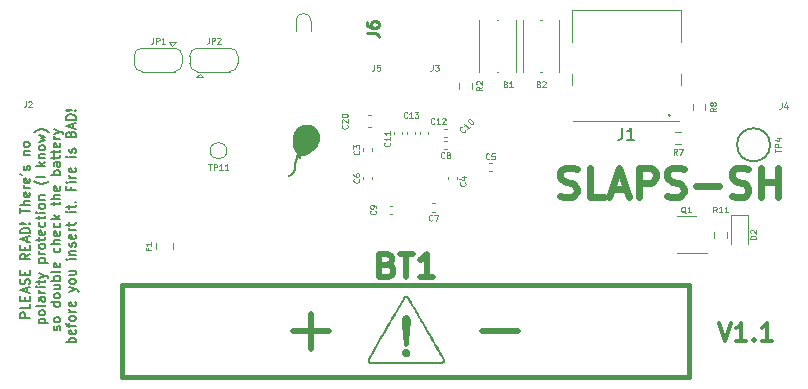
<source format=gbr>
%TF.GenerationSoftware,KiCad,Pcbnew,(6.0.11-0)*%
%TF.CreationDate,2023-05-17T19:32:27-04:00*%
%TF.ProjectId,SLAPS_Solar_Harvester,534c4150-535f-4536-9f6c-61725f486172,V1.1*%
%TF.SameCoordinates,Original*%
%TF.FileFunction,Legend,Top*%
%TF.FilePolarity,Positive*%
%FSLAX46Y46*%
G04 Gerber Fmt 4.6, Leading zero omitted, Abs format (unit mm)*
G04 Created by KiCad (PCBNEW (6.0.11-0)) date 2023-05-17 19:32:27*
%MOMM*%
%LPD*%
G01*
G04 APERTURE LIST*
%ADD10C,0.625000*%
%ADD11C,0.200000*%
%ADD12C,0.375000*%
%ADD13C,0.125000*%
%ADD14C,0.500000*%
%ADD15C,0.250000*%
%ADD16C,0.150000*%
%ADD17C,0.120000*%
%ADD18C,0.400000*%
%ADD19C,0.182463*%
%ADD20C,0.002645*%
%ADD21C,0.100000*%
%ADD22C,0.160000*%
G04 APERTURE END LIST*
D10*
X169814285Y-106011904D02*
X170171428Y-106130952D01*
X170766666Y-106130952D01*
X171004761Y-106011904D01*
X171123809Y-105892857D01*
X171242857Y-105654761D01*
X171242857Y-105416666D01*
X171123809Y-105178571D01*
X171004761Y-105059523D01*
X170766666Y-104940476D01*
X170290476Y-104821428D01*
X170052380Y-104702380D01*
X169933333Y-104583333D01*
X169814285Y-104345238D01*
X169814285Y-104107142D01*
X169933333Y-103869047D01*
X170052380Y-103750000D01*
X170290476Y-103630952D01*
X170885714Y-103630952D01*
X171242857Y-103750000D01*
X173504761Y-106130952D02*
X172314285Y-106130952D01*
X172314285Y-103630952D01*
X174219047Y-105416666D02*
X175409523Y-105416666D01*
X173980952Y-106130952D02*
X174814285Y-103630952D01*
X175647619Y-106130952D01*
X176480952Y-106130952D02*
X176480952Y-103630952D01*
X177433333Y-103630952D01*
X177671428Y-103750000D01*
X177790476Y-103869047D01*
X177909523Y-104107142D01*
X177909523Y-104464285D01*
X177790476Y-104702380D01*
X177671428Y-104821428D01*
X177433333Y-104940476D01*
X176480952Y-104940476D01*
X178861904Y-106011904D02*
X179219047Y-106130952D01*
X179814285Y-106130952D01*
X180052380Y-106011904D01*
X180171428Y-105892857D01*
X180290476Y-105654761D01*
X180290476Y-105416666D01*
X180171428Y-105178571D01*
X180052380Y-105059523D01*
X179814285Y-104940476D01*
X179338095Y-104821428D01*
X179100000Y-104702380D01*
X178980952Y-104583333D01*
X178861904Y-104345238D01*
X178861904Y-104107142D01*
X178980952Y-103869047D01*
X179100000Y-103750000D01*
X179338095Y-103630952D01*
X179933333Y-103630952D01*
X180290476Y-103750000D01*
X181361904Y-105178571D02*
X183266666Y-105178571D01*
X184338095Y-106011904D02*
X184695238Y-106130952D01*
X185290476Y-106130952D01*
X185528571Y-106011904D01*
X185647619Y-105892857D01*
X185766666Y-105654761D01*
X185766666Y-105416666D01*
X185647619Y-105178571D01*
X185528571Y-105059523D01*
X185290476Y-104940476D01*
X184814285Y-104821428D01*
X184576190Y-104702380D01*
X184457142Y-104583333D01*
X184338095Y-104345238D01*
X184338095Y-104107142D01*
X184457142Y-103869047D01*
X184576190Y-103750000D01*
X184814285Y-103630952D01*
X185409523Y-103630952D01*
X185766666Y-103750000D01*
X186838095Y-106130952D02*
X186838095Y-103630952D01*
X186838095Y-104821428D02*
X188266666Y-104821428D01*
X188266666Y-106130952D02*
X188266666Y-103630952D01*
D11*
X124929904Y-116333333D02*
X124129904Y-116333333D01*
X124129904Y-116028571D01*
X124168000Y-115952380D01*
X124206095Y-115914285D01*
X124282285Y-115876190D01*
X124396571Y-115876190D01*
X124472761Y-115914285D01*
X124510857Y-115952380D01*
X124548952Y-116028571D01*
X124548952Y-116333333D01*
X124929904Y-115152380D02*
X124929904Y-115533333D01*
X124129904Y-115533333D01*
X124510857Y-114885714D02*
X124510857Y-114619047D01*
X124929904Y-114504761D02*
X124929904Y-114885714D01*
X124129904Y-114885714D01*
X124129904Y-114504761D01*
X124701333Y-114200000D02*
X124701333Y-113819047D01*
X124929904Y-114276190D02*
X124129904Y-114009523D01*
X124929904Y-113742857D01*
X124891809Y-113514285D02*
X124929904Y-113400000D01*
X124929904Y-113209523D01*
X124891809Y-113133333D01*
X124853714Y-113095238D01*
X124777523Y-113057142D01*
X124701333Y-113057142D01*
X124625142Y-113095238D01*
X124587047Y-113133333D01*
X124548952Y-113209523D01*
X124510857Y-113361904D01*
X124472761Y-113438095D01*
X124434666Y-113476190D01*
X124358476Y-113514285D01*
X124282285Y-113514285D01*
X124206095Y-113476190D01*
X124168000Y-113438095D01*
X124129904Y-113361904D01*
X124129904Y-113171428D01*
X124168000Y-113057142D01*
X124510857Y-112714285D02*
X124510857Y-112447619D01*
X124929904Y-112333333D02*
X124929904Y-112714285D01*
X124129904Y-112714285D01*
X124129904Y-112333333D01*
X124929904Y-110923809D02*
X124548952Y-111190476D01*
X124929904Y-111380952D02*
X124129904Y-111380952D01*
X124129904Y-111076190D01*
X124168000Y-111000000D01*
X124206095Y-110961904D01*
X124282285Y-110923809D01*
X124396571Y-110923809D01*
X124472761Y-110961904D01*
X124510857Y-111000000D01*
X124548952Y-111076190D01*
X124548952Y-111380952D01*
X124510857Y-110580952D02*
X124510857Y-110314285D01*
X124929904Y-110200000D02*
X124929904Y-110580952D01*
X124129904Y-110580952D01*
X124129904Y-110200000D01*
X124701333Y-109895238D02*
X124701333Y-109514285D01*
X124929904Y-109971428D02*
X124129904Y-109704761D01*
X124929904Y-109438095D01*
X124929904Y-109171428D02*
X124129904Y-109171428D01*
X124129904Y-108980952D01*
X124168000Y-108866666D01*
X124244190Y-108790476D01*
X124320380Y-108752380D01*
X124472761Y-108714285D01*
X124587047Y-108714285D01*
X124739428Y-108752380D01*
X124815619Y-108790476D01*
X124891809Y-108866666D01*
X124929904Y-108980952D01*
X124929904Y-109171428D01*
X124853714Y-108371428D02*
X124891809Y-108333333D01*
X124929904Y-108371428D01*
X124891809Y-108409523D01*
X124853714Y-108371428D01*
X124929904Y-108371428D01*
X124625142Y-108371428D02*
X124168000Y-108409523D01*
X124129904Y-108371428D01*
X124168000Y-108333333D01*
X124625142Y-108371428D01*
X124129904Y-108371428D01*
X124129904Y-107495238D02*
X124129904Y-107038095D01*
X124929904Y-107266666D02*
X124129904Y-107266666D01*
X124929904Y-106771428D02*
X124129904Y-106771428D01*
X124929904Y-106428571D02*
X124510857Y-106428571D01*
X124434666Y-106466666D01*
X124396571Y-106542857D01*
X124396571Y-106657142D01*
X124434666Y-106733333D01*
X124472761Y-106771428D01*
X124891809Y-105742857D02*
X124929904Y-105819047D01*
X124929904Y-105971428D01*
X124891809Y-106047619D01*
X124815619Y-106085714D01*
X124510857Y-106085714D01*
X124434666Y-106047619D01*
X124396571Y-105971428D01*
X124396571Y-105819047D01*
X124434666Y-105742857D01*
X124510857Y-105704761D01*
X124587047Y-105704761D01*
X124663238Y-106085714D01*
X124929904Y-105361904D02*
X124396571Y-105361904D01*
X124548952Y-105361904D02*
X124472761Y-105323809D01*
X124434666Y-105285714D01*
X124396571Y-105209523D01*
X124396571Y-105133333D01*
X124891809Y-104561904D02*
X124929904Y-104638095D01*
X124929904Y-104790476D01*
X124891809Y-104866666D01*
X124815619Y-104904761D01*
X124510857Y-104904761D01*
X124434666Y-104866666D01*
X124396571Y-104790476D01*
X124396571Y-104638095D01*
X124434666Y-104561904D01*
X124510857Y-104523809D01*
X124587047Y-104523809D01*
X124663238Y-104904761D01*
X124129904Y-104142857D02*
X124282285Y-104219047D01*
X124891809Y-103838095D02*
X124929904Y-103761904D01*
X124929904Y-103609523D01*
X124891809Y-103533333D01*
X124815619Y-103495238D01*
X124777523Y-103495238D01*
X124701333Y-103533333D01*
X124663238Y-103609523D01*
X124663238Y-103723809D01*
X124625142Y-103800000D01*
X124548952Y-103838095D01*
X124510857Y-103838095D01*
X124434666Y-103800000D01*
X124396571Y-103723809D01*
X124396571Y-103609523D01*
X124434666Y-103533333D01*
X124396571Y-102542857D02*
X124929904Y-102542857D01*
X124472761Y-102542857D02*
X124434666Y-102504761D01*
X124396571Y-102428571D01*
X124396571Y-102314285D01*
X124434666Y-102238095D01*
X124510857Y-102200000D01*
X124929904Y-102200000D01*
X124929904Y-101704761D02*
X124891809Y-101780952D01*
X124853714Y-101819047D01*
X124777523Y-101857142D01*
X124548952Y-101857142D01*
X124472761Y-101819047D01*
X124434666Y-101780952D01*
X124396571Y-101704761D01*
X124396571Y-101590476D01*
X124434666Y-101514285D01*
X124472761Y-101476190D01*
X124548952Y-101438095D01*
X124777523Y-101438095D01*
X124853714Y-101476190D01*
X124891809Y-101514285D01*
X124929904Y-101590476D01*
X124929904Y-101704761D01*
X125684571Y-116809523D02*
X126484571Y-116809523D01*
X125722666Y-116809523D02*
X125684571Y-116733333D01*
X125684571Y-116580952D01*
X125722666Y-116504761D01*
X125760761Y-116466666D01*
X125836952Y-116428571D01*
X126065523Y-116428571D01*
X126141714Y-116466666D01*
X126179809Y-116504761D01*
X126217904Y-116580952D01*
X126217904Y-116733333D01*
X126179809Y-116809523D01*
X126217904Y-115971428D02*
X126179809Y-116047619D01*
X126141714Y-116085714D01*
X126065523Y-116123809D01*
X125836952Y-116123809D01*
X125760761Y-116085714D01*
X125722666Y-116047619D01*
X125684571Y-115971428D01*
X125684571Y-115857142D01*
X125722666Y-115780952D01*
X125760761Y-115742857D01*
X125836952Y-115704761D01*
X126065523Y-115704761D01*
X126141714Y-115742857D01*
X126179809Y-115780952D01*
X126217904Y-115857142D01*
X126217904Y-115971428D01*
X126217904Y-115247619D02*
X126179809Y-115323809D01*
X126103619Y-115361904D01*
X125417904Y-115361904D01*
X126217904Y-114600000D02*
X125798857Y-114600000D01*
X125722666Y-114638095D01*
X125684571Y-114714285D01*
X125684571Y-114866666D01*
X125722666Y-114942857D01*
X126179809Y-114600000D02*
X126217904Y-114676190D01*
X126217904Y-114866666D01*
X126179809Y-114942857D01*
X126103619Y-114980952D01*
X126027428Y-114980952D01*
X125951238Y-114942857D01*
X125913142Y-114866666D01*
X125913142Y-114676190D01*
X125875047Y-114600000D01*
X126217904Y-114219047D02*
X125684571Y-114219047D01*
X125836952Y-114219047D02*
X125760761Y-114180952D01*
X125722666Y-114142857D01*
X125684571Y-114066666D01*
X125684571Y-113990476D01*
X126217904Y-113723809D02*
X125684571Y-113723809D01*
X125417904Y-113723809D02*
X125456000Y-113761904D01*
X125494095Y-113723809D01*
X125456000Y-113685714D01*
X125417904Y-113723809D01*
X125494095Y-113723809D01*
X125684571Y-113457142D02*
X125684571Y-113152380D01*
X125417904Y-113342857D02*
X126103619Y-113342857D01*
X126179809Y-113304761D01*
X126217904Y-113228571D01*
X126217904Y-113152380D01*
X125684571Y-112961904D02*
X126217904Y-112771428D01*
X125684571Y-112580952D02*
X126217904Y-112771428D01*
X126408380Y-112847619D01*
X126446476Y-112885714D01*
X126484571Y-112961904D01*
X125684571Y-111666666D02*
X126484571Y-111666666D01*
X125722666Y-111666666D02*
X125684571Y-111590476D01*
X125684571Y-111438095D01*
X125722666Y-111361904D01*
X125760761Y-111323809D01*
X125836952Y-111285714D01*
X126065523Y-111285714D01*
X126141714Y-111323809D01*
X126179809Y-111361904D01*
X126217904Y-111438095D01*
X126217904Y-111590476D01*
X126179809Y-111666666D01*
X126217904Y-110942857D02*
X125684571Y-110942857D01*
X125836952Y-110942857D02*
X125760761Y-110904761D01*
X125722666Y-110866666D01*
X125684571Y-110790476D01*
X125684571Y-110714285D01*
X126217904Y-110333333D02*
X126179809Y-110409523D01*
X126141714Y-110447619D01*
X126065523Y-110485714D01*
X125836952Y-110485714D01*
X125760761Y-110447619D01*
X125722666Y-110409523D01*
X125684571Y-110333333D01*
X125684571Y-110219047D01*
X125722666Y-110142857D01*
X125760761Y-110104761D01*
X125836952Y-110066666D01*
X126065523Y-110066666D01*
X126141714Y-110104761D01*
X126179809Y-110142857D01*
X126217904Y-110219047D01*
X126217904Y-110333333D01*
X125684571Y-109838095D02*
X125684571Y-109533333D01*
X125417904Y-109723809D02*
X126103619Y-109723809D01*
X126179809Y-109685714D01*
X126217904Y-109609523D01*
X126217904Y-109533333D01*
X126179809Y-108961904D02*
X126217904Y-109038095D01*
X126217904Y-109190476D01*
X126179809Y-109266666D01*
X126103619Y-109304761D01*
X125798857Y-109304761D01*
X125722666Y-109266666D01*
X125684571Y-109190476D01*
X125684571Y-109038095D01*
X125722666Y-108961904D01*
X125798857Y-108923809D01*
X125875047Y-108923809D01*
X125951238Y-109304761D01*
X126179809Y-108238095D02*
X126217904Y-108314285D01*
X126217904Y-108466666D01*
X126179809Y-108542857D01*
X126141714Y-108580952D01*
X126065523Y-108619047D01*
X125836952Y-108619047D01*
X125760761Y-108580952D01*
X125722666Y-108542857D01*
X125684571Y-108466666D01*
X125684571Y-108314285D01*
X125722666Y-108238095D01*
X125684571Y-108009523D02*
X125684571Y-107704761D01*
X125417904Y-107895238D02*
X126103619Y-107895238D01*
X126179809Y-107857142D01*
X126217904Y-107780952D01*
X126217904Y-107704761D01*
X126217904Y-107438095D02*
X125684571Y-107438095D01*
X125417904Y-107438095D02*
X125456000Y-107476190D01*
X125494095Y-107438095D01*
X125456000Y-107400000D01*
X125417904Y-107438095D01*
X125494095Y-107438095D01*
X126217904Y-106942857D02*
X126179809Y-107019047D01*
X126141714Y-107057142D01*
X126065523Y-107095238D01*
X125836952Y-107095238D01*
X125760761Y-107057142D01*
X125722666Y-107019047D01*
X125684571Y-106942857D01*
X125684571Y-106828571D01*
X125722666Y-106752380D01*
X125760761Y-106714285D01*
X125836952Y-106676190D01*
X126065523Y-106676190D01*
X126141714Y-106714285D01*
X126179809Y-106752380D01*
X126217904Y-106828571D01*
X126217904Y-106942857D01*
X125684571Y-106333333D02*
X126217904Y-106333333D01*
X125760761Y-106333333D02*
X125722666Y-106295238D01*
X125684571Y-106219047D01*
X125684571Y-106104761D01*
X125722666Y-106028571D01*
X125798857Y-105990476D01*
X126217904Y-105990476D01*
X126522666Y-104771428D02*
X126484571Y-104809523D01*
X126370285Y-104885714D01*
X126294095Y-104923809D01*
X126179809Y-104961904D01*
X125989333Y-105000000D01*
X125836952Y-105000000D01*
X125646476Y-104961904D01*
X125532190Y-104923809D01*
X125456000Y-104885714D01*
X125341714Y-104809523D01*
X125303619Y-104771428D01*
X126217904Y-104466666D02*
X125417904Y-104466666D01*
X126217904Y-103476190D02*
X125417904Y-103476190D01*
X125913142Y-103400000D02*
X126217904Y-103171428D01*
X125684571Y-103171428D02*
X125989333Y-103476190D01*
X125684571Y-102828571D02*
X126217904Y-102828571D01*
X125760761Y-102828571D02*
X125722666Y-102790476D01*
X125684571Y-102714285D01*
X125684571Y-102600000D01*
X125722666Y-102523809D01*
X125798857Y-102485714D01*
X126217904Y-102485714D01*
X126217904Y-101990476D02*
X126179809Y-102066666D01*
X126141714Y-102104761D01*
X126065523Y-102142857D01*
X125836952Y-102142857D01*
X125760761Y-102104761D01*
X125722666Y-102066666D01*
X125684571Y-101990476D01*
X125684571Y-101876190D01*
X125722666Y-101800000D01*
X125760761Y-101761904D01*
X125836952Y-101723809D01*
X126065523Y-101723809D01*
X126141714Y-101761904D01*
X126179809Y-101800000D01*
X126217904Y-101876190D01*
X126217904Y-101990476D01*
X125684571Y-101457142D02*
X126217904Y-101304761D01*
X125836952Y-101152380D01*
X126217904Y-101000000D01*
X125684571Y-100847619D01*
X126522666Y-100619047D02*
X126484571Y-100580952D01*
X126370285Y-100504761D01*
X126294095Y-100466666D01*
X126179809Y-100428571D01*
X125989333Y-100390476D01*
X125836952Y-100390476D01*
X125646476Y-100428571D01*
X125532190Y-100466666D01*
X125456000Y-100504761D01*
X125341714Y-100580952D01*
X125303619Y-100619047D01*
X127467809Y-117380952D02*
X127505904Y-117304761D01*
X127505904Y-117152380D01*
X127467809Y-117076190D01*
X127391619Y-117038095D01*
X127353523Y-117038095D01*
X127277333Y-117076190D01*
X127239238Y-117152380D01*
X127239238Y-117266666D01*
X127201142Y-117342857D01*
X127124952Y-117380952D01*
X127086857Y-117380952D01*
X127010666Y-117342857D01*
X126972571Y-117266666D01*
X126972571Y-117152380D01*
X127010666Y-117076190D01*
X127505904Y-116580952D02*
X127467809Y-116657142D01*
X127429714Y-116695238D01*
X127353523Y-116733333D01*
X127124952Y-116733333D01*
X127048761Y-116695238D01*
X127010666Y-116657142D01*
X126972571Y-116580952D01*
X126972571Y-116466666D01*
X127010666Y-116390476D01*
X127048761Y-116352380D01*
X127124952Y-116314285D01*
X127353523Y-116314285D01*
X127429714Y-116352380D01*
X127467809Y-116390476D01*
X127505904Y-116466666D01*
X127505904Y-116580952D01*
X127505904Y-115019047D02*
X126705904Y-115019047D01*
X127467809Y-115019047D02*
X127505904Y-115095238D01*
X127505904Y-115247619D01*
X127467809Y-115323809D01*
X127429714Y-115361904D01*
X127353523Y-115400000D01*
X127124952Y-115400000D01*
X127048761Y-115361904D01*
X127010666Y-115323809D01*
X126972571Y-115247619D01*
X126972571Y-115095238D01*
X127010666Y-115019047D01*
X127505904Y-114523809D02*
X127467809Y-114600000D01*
X127429714Y-114638095D01*
X127353523Y-114676190D01*
X127124952Y-114676190D01*
X127048761Y-114638095D01*
X127010666Y-114600000D01*
X126972571Y-114523809D01*
X126972571Y-114409523D01*
X127010666Y-114333333D01*
X127048761Y-114295238D01*
X127124952Y-114257142D01*
X127353523Y-114257142D01*
X127429714Y-114295238D01*
X127467809Y-114333333D01*
X127505904Y-114409523D01*
X127505904Y-114523809D01*
X126972571Y-113571428D02*
X127505904Y-113571428D01*
X126972571Y-113914285D02*
X127391619Y-113914285D01*
X127467809Y-113876190D01*
X127505904Y-113800000D01*
X127505904Y-113685714D01*
X127467809Y-113609523D01*
X127429714Y-113571428D01*
X127505904Y-113190476D02*
X126705904Y-113190476D01*
X127010666Y-113190476D02*
X126972571Y-113114285D01*
X126972571Y-112961904D01*
X127010666Y-112885714D01*
X127048761Y-112847619D01*
X127124952Y-112809523D01*
X127353523Y-112809523D01*
X127429714Y-112847619D01*
X127467809Y-112885714D01*
X127505904Y-112961904D01*
X127505904Y-113114285D01*
X127467809Y-113190476D01*
X127505904Y-112352380D02*
X127467809Y-112428571D01*
X127391619Y-112466666D01*
X126705904Y-112466666D01*
X127467809Y-111742857D02*
X127505904Y-111819047D01*
X127505904Y-111971428D01*
X127467809Y-112047619D01*
X127391619Y-112085714D01*
X127086857Y-112085714D01*
X127010666Y-112047619D01*
X126972571Y-111971428D01*
X126972571Y-111819047D01*
X127010666Y-111742857D01*
X127086857Y-111704761D01*
X127163047Y-111704761D01*
X127239238Y-112085714D01*
X127467809Y-110409523D02*
X127505904Y-110485714D01*
X127505904Y-110638095D01*
X127467809Y-110714285D01*
X127429714Y-110752380D01*
X127353523Y-110790476D01*
X127124952Y-110790476D01*
X127048761Y-110752380D01*
X127010666Y-110714285D01*
X126972571Y-110638095D01*
X126972571Y-110485714D01*
X127010666Y-110409523D01*
X127505904Y-110066666D02*
X126705904Y-110066666D01*
X127505904Y-109723809D02*
X127086857Y-109723809D01*
X127010666Y-109761904D01*
X126972571Y-109838095D01*
X126972571Y-109952380D01*
X127010666Y-110028571D01*
X127048761Y-110066666D01*
X127467809Y-109038095D02*
X127505904Y-109114285D01*
X127505904Y-109266666D01*
X127467809Y-109342857D01*
X127391619Y-109380952D01*
X127086857Y-109380952D01*
X127010666Y-109342857D01*
X126972571Y-109266666D01*
X126972571Y-109114285D01*
X127010666Y-109038095D01*
X127086857Y-109000000D01*
X127163047Y-109000000D01*
X127239238Y-109380952D01*
X127467809Y-108314285D02*
X127505904Y-108390476D01*
X127505904Y-108542857D01*
X127467809Y-108619047D01*
X127429714Y-108657142D01*
X127353523Y-108695238D01*
X127124952Y-108695238D01*
X127048761Y-108657142D01*
X127010666Y-108619047D01*
X126972571Y-108542857D01*
X126972571Y-108390476D01*
X127010666Y-108314285D01*
X127505904Y-107971428D02*
X126705904Y-107971428D01*
X127201142Y-107895238D02*
X127505904Y-107666666D01*
X126972571Y-107666666D02*
X127277333Y-107971428D01*
X126972571Y-106828571D02*
X126972571Y-106523809D01*
X126705904Y-106714285D02*
X127391619Y-106714285D01*
X127467809Y-106676190D01*
X127505904Y-106600000D01*
X127505904Y-106523809D01*
X127505904Y-106257142D02*
X126705904Y-106257142D01*
X127505904Y-105914285D02*
X127086857Y-105914285D01*
X127010666Y-105952380D01*
X126972571Y-106028571D01*
X126972571Y-106142857D01*
X127010666Y-106219047D01*
X127048761Y-106257142D01*
X127467809Y-105228571D02*
X127505904Y-105304761D01*
X127505904Y-105457142D01*
X127467809Y-105533333D01*
X127391619Y-105571428D01*
X127086857Y-105571428D01*
X127010666Y-105533333D01*
X126972571Y-105457142D01*
X126972571Y-105304761D01*
X127010666Y-105228571D01*
X127086857Y-105190476D01*
X127163047Y-105190476D01*
X127239238Y-105571428D01*
X127505904Y-104238095D02*
X126705904Y-104238095D01*
X127010666Y-104238095D02*
X126972571Y-104161904D01*
X126972571Y-104009523D01*
X127010666Y-103933333D01*
X127048761Y-103895238D01*
X127124952Y-103857142D01*
X127353523Y-103857142D01*
X127429714Y-103895238D01*
X127467809Y-103933333D01*
X127505904Y-104009523D01*
X127505904Y-104161904D01*
X127467809Y-104238095D01*
X127505904Y-103171428D02*
X127086857Y-103171428D01*
X127010666Y-103209523D01*
X126972571Y-103285714D01*
X126972571Y-103438095D01*
X127010666Y-103514285D01*
X127467809Y-103171428D02*
X127505904Y-103247619D01*
X127505904Y-103438095D01*
X127467809Y-103514285D01*
X127391619Y-103552380D01*
X127315428Y-103552380D01*
X127239238Y-103514285D01*
X127201142Y-103438095D01*
X127201142Y-103247619D01*
X127163047Y-103171428D01*
X126972571Y-102904761D02*
X126972571Y-102600000D01*
X126705904Y-102790476D02*
X127391619Y-102790476D01*
X127467809Y-102752380D01*
X127505904Y-102676190D01*
X127505904Y-102600000D01*
X126972571Y-102447619D02*
X126972571Y-102142857D01*
X126705904Y-102333333D02*
X127391619Y-102333333D01*
X127467809Y-102295238D01*
X127505904Y-102219047D01*
X127505904Y-102142857D01*
X127467809Y-101571428D02*
X127505904Y-101647619D01*
X127505904Y-101800000D01*
X127467809Y-101876190D01*
X127391619Y-101914285D01*
X127086857Y-101914285D01*
X127010666Y-101876190D01*
X126972571Y-101800000D01*
X126972571Y-101647619D01*
X127010666Y-101571428D01*
X127086857Y-101533333D01*
X127163047Y-101533333D01*
X127239238Y-101914285D01*
X127505904Y-101190476D02*
X126972571Y-101190476D01*
X127124952Y-101190476D02*
X127048761Y-101152380D01*
X127010666Y-101114285D01*
X126972571Y-101038095D01*
X126972571Y-100961904D01*
X126972571Y-100771428D02*
X127505904Y-100580952D01*
X126972571Y-100390476D02*
X127505904Y-100580952D01*
X127696380Y-100657142D01*
X127734476Y-100695238D01*
X127772571Y-100771428D01*
X128793904Y-118428571D02*
X127993904Y-118428571D01*
X128298666Y-118428571D02*
X128260571Y-118352380D01*
X128260571Y-118200000D01*
X128298666Y-118123809D01*
X128336761Y-118085714D01*
X128412952Y-118047619D01*
X128641523Y-118047619D01*
X128717714Y-118085714D01*
X128755809Y-118123809D01*
X128793904Y-118200000D01*
X128793904Y-118352380D01*
X128755809Y-118428571D01*
X128755809Y-117400000D02*
X128793904Y-117476190D01*
X128793904Y-117628571D01*
X128755809Y-117704761D01*
X128679619Y-117742857D01*
X128374857Y-117742857D01*
X128298666Y-117704761D01*
X128260571Y-117628571D01*
X128260571Y-117476190D01*
X128298666Y-117400000D01*
X128374857Y-117361904D01*
X128451047Y-117361904D01*
X128527238Y-117742857D01*
X128260571Y-117133333D02*
X128260571Y-116828571D01*
X128793904Y-117019047D02*
X128108190Y-117019047D01*
X128032000Y-116980952D01*
X127993904Y-116904761D01*
X127993904Y-116828571D01*
X128793904Y-116447619D02*
X128755809Y-116523809D01*
X128717714Y-116561904D01*
X128641523Y-116600000D01*
X128412952Y-116600000D01*
X128336761Y-116561904D01*
X128298666Y-116523809D01*
X128260571Y-116447619D01*
X128260571Y-116333333D01*
X128298666Y-116257142D01*
X128336761Y-116219047D01*
X128412952Y-116180952D01*
X128641523Y-116180952D01*
X128717714Y-116219047D01*
X128755809Y-116257142D01*
X128793904Y-116333333D01*
X128793904Y-116447619D01*
X128793904Y-115838095D02*
X128260571Y-115838095D01*
X128412952Y-115838095D02*
X128336761Y-115800000D01*
X128298666Y-115761904D01*
X128260571Y-115685714D01*
X128260571Y-115609523D01*
X128755809Y-115038095D02*
X128793904Y-115114285D01*
X128793904Y-115266666D01*
X128755809Y-115342857D01*
X128679619Y-115380952D01*
X128374857Y-115380952D01*
X128298666Y-115342857D01*
X128260571Y-115266666D01*
X128260571Y-115114285D01*
X128298666Y-115038095D01*
X128374857Y-115000000D01*
X128451047Y-115000000D01*
X128527238Y-115380952D01*
X128260571Y-114123809D02*
X128793904Y-113933333D01*
X128260571Y-113742857D02*
X128793904Y-113933333D01*
X128984380Y-114009523D01*
X129022476Y-114047619D01*
X129060571Y-114123809D01*
X128793904Y-113323809D02*
X128755809Y-113400000D01*
X128717714Y-113438095D01*
X128641523Y-113476190D01*
X128412952Y-113476190D01*
X128336761Y-113438095D01*
X128298666Y-113400000D01*
X128260571Y-113323809D01*
X128260571Y-113209523D01*
X128298666Y-113133333D01*
X128336761Y-113095238D01*
X128412952Y-113057142D01*
X128641523Y-113057142D01*
X128717714Y-113095238D01*
X128755809Y-113133333D01*
X128793904Y-113209523D01*
X128793904Y-113323809D01*
X128260571Y-112371428D02*
X128793904Y-112371428D01*
X128260571Y-112714285D02*
X128679619Y-112714285D01*
X128755809Y-112676190D01*
X128793904Y-112600000D01*
X128793904Y-112485714D01*
X128755809Y-112409523D01*
X128717714Y-112371428D01*
X128793904Y-111380952D02*
X128260571Y-111380952D01*
X127993904Y-111380952D02*
X128032000Y-111419047D01*
X128070095Y-111380952D01*
X128032000Y-111342857D01*
X127993904Y-111380952D01*
X128070095Y-111380952D01*
X128260571Y-111000000D02*
X128793904Y-111000000D01*
X128336761Y-111000000D02*
X128298666Y-110961904D01*
X128260571Y-110885714D01*
X128260571Y-110771428D01*
X128298666Y-110695238D01*
X128374857Y-110657142D01*
X128793904Y-110657142D01*
X128755809Y-110314285D02*
X128793904Y-110238095D01*
X128793904Y-110085714D01*
X128755809Y-110009523D01*
X128679619Y-109971428D01*
X128641523Y-109971428D01*
X128565333Y-110009523D01*
X128527238Y-110085714D01*
X128527238Y-110200000D01*
X128489142Y-110276190D01*
X128412952Y-110314285D01*
X128374857Y-110314285D01*
X128298666Y-110276190D01*
X128260571Y-110200000D01*
X128260571Y-110085714D01*
X128298666Y-110009523D01*
X128755809Y-109323809D02*
X128793904Y-109400000D01*
X128793904Y-109552380D01*
X128755809Y-109628571D01*
X128679619Y-109666666D01*
X128374857Y-109666666D01*
X128298666Y-109628571D01*
X128260571Y-109552380D01*
X128260571Y-109400000D01*
X128298666Y-109323809D01*
X128374857Y-109285714D01*
X128451047Y-109285714D01*
X128527238Y-109666666D01*
X128793904Y-108942857D02*
X128260571Y-108942857D01*
X128412952Y-108942857D02*
X128336761Y-108904761D01*
X128298666Y-108866666D01*
X128260571Y-108790476D01*
X128260571Y-108714285D01*
X128260571Y-108561904D02*
X128260571Y-108257142D01*
X127993904Y-108447619D02*
X128679619Y-108447619D01*
X128755809Y-108409523D01*
X128793904Y-108333333D01*
X128793904Y-108257142D01*
X128793904Y-107380952D02*
X128260571Y-107380952D01*
X127993904Y-107380952D02*
X128032000Y-107419047D01*
X128070095Y-107380952D01*
X128032000Y-107342857D01*
X127993904Y-107380952D01*
X128070095Y-107380952D01*
X128260571Y-107114285D02*
X128260571Y-106809523D01*
X127993904Y-107000000D02*
X128679619Y-107000000D01*
X128755809Y-106961904D01*
X128793904Y-106885714D01*
X128793904Y-106809523D01*
X128717714Y-106542857D02*
X128755809Y-106504761D01*
X128793904Y-106542857D01*
X128755809Y-106580952D01*
X128717714Y-106542857D01*
X128793904Y-106542857D01*
X128374857Y-105285714D02*
X128374857Y-105552380D01*
X128793904Y-105552380D02*
X127993904Y-105552380D01*
X127993904Y-105171428D01*
X128793904Y-104866666D02*
X128260571Y-104866666D01*
X127993904Y-104866666D02*
X128032000Y-104904761D01*
X128070095Y-104866666D01*
X128032000Y-104828571D01*
X127993904Y-104866666D01*
X128070095Y-104866666D01*
X128793904Y-104485714D02*
X128260571Y-104485714D01*
X128412952Y-104485714D02*
X128336761Y-104447619D01*
X128298666Y-104409523D01*
X128260571Y-104333333D01*
X128260571Y-104257142D01*
X128755809Y-103685714D02*
X128793904Y-103761904D01*
X128793904Y-103914285D01*
X128755809Y-103990476D01*
X128679619Y-104028571D01*
X128374857Y-104028571D01*
X128298666Y-103990476D01*
X128260571Y-103914285D01*
X128260571Y-103761904D01*
X128298666Y-103685714D01*
X128374857Y-103647619D01*
X128451047Y-103647619D01*
X128527238Y-104028571D01*
X128793904Y-102695238D02*
X128260571Y-102695238D01*
X127993904Y-102695238D02*
X128032000Y-102733333D01*
X128070095Y-102695238D01*
X128032000Y-102657142D01*
X127993904Y-102695238D01*
X128070095Y-102695238D01*
X128755809Y-102352380D02*
X128793904Y-102276190D01*
X128793904Y-102123809D01*
X128755809Y-102047619D01*
X128679619Y-102009523D01*
X128641523Y-102009523D01*
X128565333Y-102047619D01*
X128527238Y-102123809D01*
X128527238Y-102238095D01*
X128489142Y-102314285D01*
X128412952Y-102352380D01*
X128374857Y-102352380D01*
X128298666Y-102314285D01*
X128260571Y-102238095D01*
X128260571Y-102123809D01*
X128298666Y-102047619D01*
X128374857Y-100790476D02*
X128412952Y-100676190D01*
X128451047Y-100638095D01*
X128527238Y-100600000D01*
X128641523Y-100600000D01*
X128717714Y-100638095D01*
X128755809Y-100676190D01*
X128793904Y-100752380D01*
X128793904Y-101057142D01*
X127993904Y-101057142D01*
X127993904Y-100790476D01*
X128032000Y-100714285D01*
X128070095Y-100676190D01*
X128146285Y-100638095D01*
X128222476Y-100638095D01*
X128298666Y-100676190D01*
X128336761Y-100714285D01*
X128374857Y-100790476D01*
X128374857Y-101057142D01*
X128565333Y-100295238D02*
X128565333Y-99914285D01*
X128793904Y-100371428D02*
X127993904Y-100104761D01*
X128793904Y-99838095D01*
X128793904Y-99571428D02*
X127993904Y-99571428D01*
X127993904Y-99380952D01*
X128032000Y-99266666D01*
X128108190Y-99190476D01*
X128184380Y-99152380D01*
X128336761Y-99114285D01*
X128451047Y-99114285D01*
X128603428Y-99152380D01*
X128679619Y-99190476D01*
X128755809Y-99266666D01*
X128793904Y-99380952D01*
X128793904Y-99571428D01*
X128717714Y-98771428D02*
X128755809Y-98733333D01*
X128793904Y-98771428D01*
X128755809Y-98809523D01*
X128717714Y-98771428D01*
X128793904Y-98771428D01*
X128489142Y-98771428D02*
X128032000Y-98809523D01*
X127993904Y-98771428D01*
X128032000Y-98733333D01*
X128489142Y-98771428D01*
X127993904Y-98771428D01*
D12*
X183314285Y-116778571D02*
X183814285Y-118278571D01*
X184314285Y-116778571D01*
X185600000Y-118278571D02*
X184742857Y-118278571D01*
X185171428Y-118278571D02*
X185171428Y-116778571D01*
X185028571Y-116992857D01*
X184885714Y-117135714D01*
X184742857Y-117207142D01*
X186242857Y-118135714D02*
X186314285Y-118207142D01*
X186242857Y-118278571D01*
X186171428Y-118207142D01*
X186242857Y-118135714D01*
X186242857Y-118278571D01*
X187742857Y-118278571D02*
X186885714Y-118278571D01*
X187314285Y-118278571D02*
X187314285Y-116778571D01*
X187171428Y-116992857D01*
X187028571Y-117135714D01*
X186885714Y-117207142D01*
D13*
%TO.C,J4*%
X188583773Y-98126190D02*
X188583773Y-98483333D01*
X188559963Y-98554761D01*
X188512344Y-98602380D01*
X188440916Y-98626190D01*
X188393297Y-98626190D01*
X189036154Y-98292857D02*
X189036154Y-98626190D01*
X188917106Y-98102380D02*
X188798059Y-98459523D01*
X189107582Y-98459523D01*
%TO.C,R8*%
X183026190Y-98583333D02*
X182788095Y-98750000D01*
X183026190Y-98869047D02*
X182526190Y-98869047D01*
X182526190Y-98678571D01*
X182550000Y-98630952D01*
X182573809Y-98607142D01*
X182621428Y-98583333D01*
X182692857Y-98583333D01*
X182740476Y-98607142D01*
X182764285Y-98630952D01*
X182788095Y-98678571D01*
X182788095Y-98869047D01*
X182740476Y-98297619D02*
X182716666Y-98345238D01*
X182692857Y-98369047D01*
X182645238Y-98392857D01*
X182621428Y-98392857D01*
X182573809Y-98369047D01*
X182550000Y-98345238D01*
X182526190Y-98297619D01*
X182526190Y-98202380D01*
X182550000Y-98154761D01*
X182573809Y-98130952D01*
X182621428Y-98107142D01*
X182645238Y-98107142D01*
X182692857Y-98130952D01*
X182716666Y-98154761D01*
X182740476Y-98202380D01*
X182740476Y-98297619D01*
X182764285Y-98345238D01*
X182788095Y-98369047D01*
X182835714Y-98392857D01*
X182930952Y-98392857D01*
X182978571Y-98369047D01*
X183002380Y-98345238D01*
X183026190Y-98297619D01*
X183026190Y-98202380D01*
X183002380Y-98154761D01*
X182978571Y-98130952D01*
X182930952Y-98107142D01*
X182835714Y-98107142D01*
X182788095Y-98130952D01*
X182764285Y-98154761D01*
X182740476Y-98202380D01*
%TO.C,C9*%
X154178571Y-107283333D02*
X154202380Y-107307142D01*
X154226190Y-107378571D01*
X154226190Y-107426190D01*
X154202380Y-107497619D01*
X154154761Y-107545238D01*
X154107142Y-107569047D01*
X154011904Y-107592857D01*
X153940476Y-107592857D01*
X153845238Y-107569047D01*
X153797619Y-107545238D01*
X153750000Y-107497619D01*
X153726190Y-107426190D01*
X153726190Y-107378571D01*
X153750000Y-107307142D01*
X153773809Y-107283333D01*
X154226190Y-107045238D02*
X154226190Y-106950000D01*
X154202380Y-106902380D01*
X154178571Y-106878571D01*
X154107142Y-106830952D01*
X154011904Y-106807142D01*
X153821428Y-106807142D01*
X153773809Y-106830952D01*
X153750000Y-106854761D01*
X153726190Y-106902380D01*
X153726190Y-106997619D01*
X153750000Y-107045238D01*
X153773809Y-107069047D01*
X153821428Y-107092857D01*
X153940476Y-107092857D01*
X153988095Y-107069047D01*
X154011904Y-107045238D01*
X154035714Y-106997619D01*
X154035714Y-106902380D01*
X154011904Y-106854761D01*
X153988095Y-106830952D01*
X153940476Y-106807142D01*
D14*
%TO.C,BT1*%
X155178571Y-111857142D02*
X155464285Y-111952380D01*
X155559523Y-112047619D01*
X155654761Y-112238095D01*
X155654761Y-112523809D01*
X155559523Y-112714285D01*
X155464285Y-112809523D01*
X155273809Y-112904761D01*
X154511904Y-112904761D01*
X154511904Y-110904761D01*
X155178571Y-110904761D01*
X155369047Y-111000000D01*
X155464285Y-111095238D01*
X155559523Y-111285714D01*
X155559523Y-111476190D01*
X155464285Y-111666666D01*
X155369047Y-111761904D01*
X155178571Y-111857142D01*
X154511904Y-111857142D01*
X156226190Y-110904761D02*
X157369047Y-110904761D01*
X156797619Y-112904761D02*
X156797619Y-110904761D01*
X159083333Y-112904761D02*
X157940476Y-112904761D01*
X158511904Y-112904761D02*
X158511904Y-110904761D01*
X158321428Y-111190476D01*
X158130952Y-111380952D01*
X157940476Y-111476190D01*
D13*
%TO.C,R11*%
X183078571Y-107426190D02*
X182911904Y-107188095D01*
X182792857Y-107426190D02*
X182792857Y-106926190D01*
X182983333Y-106926190D01*
X183030952Y-106950000D01*
X183054761Y-106973809D01*
X183078571Y-107021428D01*
X183078571Y-107092857D01*
X183054761Y-107140476D01*
X183030952Y-107164285D01*
X182983333Y-107188095D01*
X182792857Y-107188095D01*
X183554761Y-107426190D02*
X183269047Y-107426190D01*
X183411904Y-107426190D02*
X183411904Y-106926190D01*
X183364285Y-106997619D01*
X183316666Y-107045238D01*
X183269047Y-107069047D01*
X184030952Y-107426190D02*
X183745238Y-107426190D01*
X183888095Y-107426190D02*
X183888095Y-106926190D01*
X183840476Y-106997619D01*
X183792857Y-107045238D01*
X183745238Y-107069047D01*
%TO.C,C20*%
X151778571Y-100021428D02*
X151802380Y-100045238D01*
X151826190Y-100116666D01*
X151826190Y-100164285D01*
X151802380Y-100235714D01*
X151754761Y-100283333D01*
X151707142Y-100307142D01*
X151611904Y-100330952D01*
X151540476Y-100330952D01*
X151445238Y-100307142D01*
X151397619Y-100283333D01*
X151350000Y-100235714D01*
X151326190Y-100164285D01*
X151326190Y-100116666D01*
X151350000Y-100045238D01*
X151373809Y-100021428D01*
X151373809Y-99830952D02*
X151350000Y-99807142D01*
X151326190Y-99759523D01*
X151326190Y-99640476D01*
X151350000Y-99592857D01*
X151373809Y-99569047D01*
X151421428Y-99545238D01*
X151469047Y-99545238D01*
X151540476Y-99569047D01*
X151826190Y-99854761D01*
X151826190Y-99545238D01*
X151326190Y-99235714D02*
X151326190Y-99188095D01*
X151350000Y-99140476D01*
X151373809Y-99116666D01*
X151421428Y-99092857D01*
X151516666Y-99069047D01*
X151635714Y-99069047D01*
X151730952Y-99092857D01*
X151778571Y-99116666D01*
X151802380Y-99140476D01*
X151826190Y-99188095D01*
X151826190Y-99235714D01*
X151802380Y-99283333D01*
X151778571Y-99307142D01*
X151730952Y-99330952D01*
X151635714Y-99354761D01*
X151516666Y-99354761D01*
X151421428Y-99330952D01*
X151373809Y-99307142D01*
X151350000Y-99283333D01*
X151326190Y-99235714D01*
%TO.C,J3*%
X159033333Y-94926190D02*
X159033333Y-95283333D01*
X159009523Y-95354761D01*
X158961904Y-95402380D01*
X158890476Y-95426190D01*
X158842857Y-95426190D01*
X159223809Y-94926190D02*
X159533333Y-94926190D01*
X159366666Y-95116666D01*
X159438095Y-95116666D01*
X159485714Y-95140476D01*
X159509523Y-95164285D01*
X159533333Y-95211904D01*
X159533333Y-95330952D01*
X159509523Y-95378571D01*
X159485714Y-95402380D01*
X159438095Y-95426190D01*
X159295238Y-95426190D01*
X159247619Y-95402380D01*
X159223809Y-95378571D01*
%TO.C,C8*%
X160016666Y-102778571D02*
X159992857Y-102802380D01*
X159921428Y-102826190D01*
X159873809Y-102826190D01*
X159802380Y-102802380D01*
X159754761Y-102754761D01*
X159730952Y-102707142D01*
X159707142Y-102611904D01*
X159707142Y-102540476D01*
X159730952Y-102445238D01*
X159754761Y-102397619D01*
X159802380Y-102350000D01*
X159873809Y-102326190D01*
X159921428Y-102326190D01*
X159992857Y-102350000D01*
X160016666Y-102373809D01*
X160302380Y-102540476D02*
X160254761Y-102516666D01*
X160230952Y-102492857D01*
X160207142Y-102445238D01*
X160207142Y-102421428D01*
X160230952Y-102373809D01*
X160254761Y-102350000D01*
X160302380Y-102326190D01*
X160397619Y-102326190D01*
X160445238Y-102350000D01*
X160469047Y-102373809D01*
X160492857Y-102421428D01*
X160492857Y-102445238D01*
X160469047Y-102492857D01*
X160445238Y-102516666D01*
X160397619Y-102540476D01*
X160302380Y-102540476D01*
X160254761Y-102564285D01*
X160230952Y-102588095D01*
X160207142Y-102635714D01*
X160207142Y-102730952D01*
X160230952Y-102778571D01*
X160254761Y-102802380D01*
X160302380Y-102826190D01*
X160397619Y-102826190D01*
X160445238Y-102802380D01*
X160469047Y-102778571D01*
X160492857Y-102730952D01*
X160492857Y-102635714D01*
X160469047Y-102588095D01*
X160445238Y-102564285D01*
X160397619Y-102540476D01*
%TO.C,C7*%
X159016666Y-108078571D02*
X158992857Y-108102380D01*
X158921428Y-108126190D01*
X158873809Y-108126190D01*
X158802380Y-108102380D01*
X158754761Y-108054761D01*
X158730952Y-108007142D01*
X158707142Y-107911904D01*
X158707142Y-107840476D01*
X158730952Y-107745238D01*
X158754761Y-107697619D01*
X158802380Y-107650000D01*
X158873809Y-107626190D01*
X158921428Y-107626190D01*
X158992857Y-107650000D01*
X159016666Y-107673809D01*
X159183333Y-107626190D02*
X159516666Y-107626190D01*
X159302380Y-108126190D01*
%TO.C,Q1*%
X180452380Y-107473809D02*
X180404761Y-107450000D01*
X180357142Y-107402380D01*
X180285714Y-107330952D01*
X180238095Y-107307142D01*
X180190476Y-107307142D01*
X180214285Y-107426190D02*
X180166666Y-107402380D01*
X180119047Y-107354761D01*
X180095238Y-107259523D01*
X180095238Y-107092857D01*
X180119047Y-106997619D01*
X180166666Y-106950000D01*
X180214285Y-106926190D01*
X180309523Y-106926190D01*
X180357142Y-106950000D01*
X180404761Y-106997619D01*
X180428571Y-107092857D01*
X180428571Y-107259523D01*
X180404761Y-107354761D01*
X180357142Y-107402380D01*
X180309523Y-107426190D01*
X180214285Y-107426190D01*
X180904761Y-107426190D02*
X180619047Y-107426190D01*
X180761904Y-107426190D02*
X180761904Y-106926190D01*
X180714285Y-106997619D01*
X180666666Y-107045238D01*
X180619047Y-107069047D01*
%TO.C,B1*%
X165197619Y-96564285D02*
X165269047Y-96588095D01*
X165292857Y-96611904D01*
X165316666Y-96659523D01*
X165316666Y-96730952D01*
X165292857Y-96778571D01*
X165269047Y-96802380D01*
X165221428Y-96826190D01*
X165030952Y-96826190D01*
X165030952Y-96326190D01*
X165197619Y-96326190D01*
X165245238Y-96350000D01*
X165269047Y-96373809D01*
X165292857Y-96421428D01*
X165292857Y-96469047D01*
X165269047Y-96516666D01*
X165245238Y-96540476D01*
X165197619Y-96564285D01*
X165030952Y-96564285D01*
X165792857Y-96826190D02*
X165507142Y-96826190D01*
X165650000Y-96826190D02*
X165650000Y-96326190D01*
X165602380Y-96397619D01*
X165554761Y-96445238D01*
X165507142Y-96469047D01*
%TO.C,R2*%
X163226190Y-96783333D02*
X162988095Y-96950000D01*
X163226190Y-97069047D02*
X162726190Y-97069047D01*
X162726190Y-96878571D01*
X162750000Y-96830952D01*
X162773809Y-96807142D01*
X162821428Y-96783333D01*
X162892857Y-96783333D01*
X162940476Y-96807142D01*
X162964285Y-96830952D01*
X162988095Y-96878571D01*
X162988095Y-97069047D01*
X162773809Y-96592857D02*
X162750000Y-96569047D01*
X162726190Y-96521428D01*
X162726190Y-96402380D01*
X162750000Y-96354761D01*
X162773809Y-96330952D01*
X162821428Y-96307142D01*
X162869047Y-96307142D01*
X162940476Y-96330952D01*
X163226190Y-96616666D01*
X163226190Y-96307142D01*
%TO.C,D2*%
X186426190Y-109669047D02*
X185926190Y-109669047D01*
X185926190Y-109550000D01*
X185950000Y-109478571D01*
X185997619Y-109430952D01*
X186045238Y-109407142D01*
X186140476Y-109383333D01*
X186211904Y-109383333D01*
X186307142Y-109407142D01*
X186354761Y-109430952D01*
X186402380Y-109478571D01*
X186426190Y-109550000D01*
X186426190Y-109669047D01*
X185973809Y-109192857D02*
X185950000Y-109169047D01*
X185926190Y-109121428D01*
X185926190Y-109002380D01*
X185950000Y-108954761D01*
X185973809Y-108930952D01*
X186021428Y-108907142D01*
X186069047Y-108907142D01*
X186140476Y-108930952D01*
X186426190Y-109216666D01*
X186426190Y-108907142D01*
%TO.C,F1*%
X134964285Y-110466666D02*
X134964285Y-110633333D01*
X135226190Y-110633333D02*
X134726190Y-110633333D01*
X134726190Y-110395238D01*
X135226190Y-109942857D02*
X135226190Y-110228571D01*
X135226190Y-110085714D02*
X134726190Y-110085714D01*
X134797619Y-110133333D01*
X134845238Y-110180952D01*
X134869047Y-110228571D01*
%TO.C,JP1*%
X135383333Y-92626190D02*
X135383333Y-92983333D01*
X135359523Y-93054761D01*
X135311904Y-93102380D01*
X135240476Y-93126190D01*
X135192857Y-93126190D01*
X135621428Y-93126190D02*
X135621428Y-92626190D01*
X135811904Y-92626190D01*
X135859523Y-92650000D01*
X135883333Y-92673809D01*
X135907142Y-92721428D01*
X135907142Y-92792857D01*
X135883333Y-92840476D01*
X135859523Y-92864285D01*
X135811904Y-92888095D01*
X135621428Y-92888095D01*
X136383333Y-93126190D02*
X136097619Y-93126190D01*
X136240476Y-93126190D02*
X136240476Y-92626190D01*
X136192857Y-92697619D01*
X136145238Y-92745238D01*
X136097619Y-92769047D01*
%TO.C,C4*%
X161778571Y-104883333D02*
X161802380Y-104907142D01*
X161826190Y-104978571D01*
X161826190Y-105026190D01*
X161802380Y-105097619D01*
X161754761Y-105145238D01*
X161707142Y-105169047D01*
X161611904Y-105192857D01*
X161540476Y-105192857D01*
X161445238Y-105169047D01*
X161397619Y-105145238D01*
X161350000Y-105097619D01*
X161326190Y-105026190D01*
X161326190Y-104978571D01*
X161350000Y-104907142D01*
X161373809Y-104883333D01*
X161492857Y-104454761D02*
X161826190Y-104454761D01*
X161302380Y-104573809D02*
X161659523Y-104692857D01*
X161659523Y-104383333D01*
%TO.C,C11*%
X155378571Y-101521428D02*
X155402380Y-101545238D01*
X155426190Y-101616666D01*
X155426190Y-101664285D01*
X155402380Y-101735714D01*
X155354761Y-101783333D01*
X155307142Y-101807142D01*
X155211904Y-101830952D01*
X155140476Y-101830952D01*
X155045238Y-101807142D01*
X154997619Y-101783333D01*
X154950000Y-101735714D01*
X154926190Y-101664285D01*
X154926190Y-101616666D01*
X154950000Y-101545238D01*
X154973809Y-101521428D01*
X155426190Y-101045238D02*
X155426190Y-101330952D01*
X155426190Y-101188095D02*
X154926190Y-101188095D01*
X154997619Y-101235714D01*
X155045238Y-101283333D01*
X155069047Y-101330952D01*
X155426190Y-100569047D02*
X155426190Y-100854761D01*
X155426190Y-100711904D02*
X154926190Y-100711904D01*
X154997619Y-100759523D01*
X155045238Y-100807142D01*
X155069047Y-100854761D01*
%TO.C,J2*%
X124583393Y-98026190D02*
X124583393Y-98383333D01*
X124559583Y-98454761D01*
X124511964Y-98502380D01*
X124440536Y-98526190D01*
X124392917Y-98526190D01*
X124797679Y-98073809D02*
X124821488Y-98050000D01*
X124869107Y-98026190D01*
X124988155Y-98026190D01*
X125035774Y-98050000D01*
X125059583Y-98073809D01*
X125083393Y-98121428D01*
X125083393Y-98169047D01*
X125059583Y-98240476D01*
X124773869Y-98526190D01*
X125083393Y-98526190D01*
%TO.C,C3*%
X152778571Y-102183333D02*
X152802380Y-102207142D01*
X152826190Y-102278571D01*
X152826190Y-102326190D01*
X152802380Y-102397619D01*
X152754761Y-102445238D01*
X152707142Y-102469047D01*
X152611904Y-102492857D01*
X152540476Y-102492857D01*
X152445238Y-102469047D01*
X152397619Y-102445238D01*
X152350000Y-102397619D01*
X152326190Y-102326190D01*
X152326190Y-102278571D01*
X152350000Y-102207142D01*
X152373809Y-102183333D01*
X152326190Y-102016666D02*
X152326190Y-101707142D01*
X152516666Y-101873809D01*
X152516666Y-101802380D01*
X152540476Y-101754761D01*
X152564285Y-101730952D01*
X152611904Y-101707142D01*
X152730952Y-101707142D01*
X152778571Y-101730952D01*
X152802380Y-101754761D01*
X152826190Y-101802380D01*
X152826190Y-101945238D01*
X152802380Y-101992857D01*
X152778571Y-102016666D01*
%TO.C,TP11*%
X140030952Y-103326190D02*
X140316666Y-103326190D01*
X140173809Y-103826190D02*
X140173809Y-103326190D01*
X140483333Y-103826190D02*
X140483333Y-103326190D01*
X140673809Y-103326190D01*
X140721428Y-103350000D01*
X140745238Y-103373809D01*
X140769047Y-103421428D01*
X140769047Y-103492857D01*
X140745238Y-103540476D01*
X140721428Y-103564285D01*
X140673809Y-103588095D01*
X140483333Y-103588095D01*
X141245238Y-103826190D02*
X140959523Y-103826190D01*
X141102380Y-103826190D02*
X141102380Y-103326190D01*
X141054761Y-103397619D01*
X141007142Y-103445238D01*
X140959523Y-103469047D01*
X141721428Y-103826190D02*
X141435714Y-103826190D01*
X141578571Y-103826190D02*
X141578571Y-103326190D01*
X141530952Y-103397619D01*
X141483333Y-103445238D01*
X141435714Y-103469047D01*
%TO.C,TP4*%
X188026190Y-102330952D02*
X188026190Y-102045238D01*
X188526190Y-102188095D02*
X188026190Y-102188095D01*
X188526190Y-101878571D02*
X188026190Y-101878571D01*
X188026190Y-101688095D01*
X188050000Y-101640476D01*
X188073809Y-101616666D01*
X188121428Y-101592857D01*
X188192857Y-101592857D01*
X188240476Y-101616666D01*
X188264285Y-101640476D01*
X188288095Y-101688095D01*
X188288095Y-101878571D01*
X188192857Y-101164285D02*
X188526190Y-101164285D01*
X188002380Y-101283333D02*
X188359523Y-101402380D01*
X188359523Y-101092857D01*
%TO.C,R7*%
X179716666Y-102526190D02*
X179550000Y-102288095D01*
X179430952Y-102526190D02*
X179430952Y-102026190D01*
X179621428Y-102026190D01*
X179669047Y-102050000D01*
X179692857Y-102073809D01*
X179716666Y-102121428D01*
X179716666Y-102192857D01*
X179692857Y-102240476D01*
X179669047Y-102264285D01*
X179621428Y-102288095D01*
X179430952Y-102288095D01*
X179883333Y-102026190D02*
X180216666Y-102026190D01*
X180002380Y-102526190D01*
%TO.C,C5*%
X163816666Y-102878571D02*
X163792857Y-102902380D01*
X163721428Y-102926190D01*
X163673809Y-102926190D01*
X163602380Y-102902380D01*
X163554761Y-102854761D01*
X163530952Y-102807142D01*
X163507142Y-102711904D01*
X163507142Y-102640476D01*
X163530952Y-102545238D01*
X163554761Y-102497619D01*
X163602380Y-102450000D01*
X163673809Y-102426190D01*
X163721428Y-102426190D01*
X163792857Y-102450000D01*
X163816666Y-102473809D01*
X164269047Y-102426190D02*
X164030952Y-102426190D01*
X164007142Y-102664285D01*
X164030952Y-102640476D01*
X164078571Y-102616666D01*
X164197619Y-102616666D01*
X164245238Y-102640476D01*
X164269047Y-102664285D01*
X164292857Y-102711904D01*
X164292857Y-102830952D01*
X164269047Y-102878571D01*
X164245238Y-102902380D01*
X164197619Y-102926190D01*
X164078571Y-102926190D01*
X164030952Y-102902380D01*
X164007142Y-102878571D01*
D15*
%TO.C,J6*%
X153452380Y-92233333D02*
X154166666Y-92233333D01*
X154309523Y-92280952D01*
X154404761Y-92376190D01*
X154452380Y-92519047D01*
X154452380Y-92614285D01*
X153452380Y-91328571D02*
X153452380Y-91519047D01*
X153500000Y-91614285D01*
X153547619Y-91661904D01*
X153690476Y-91757142D01*
X153880952Y-91804761D01*
X154261904Y-91804761D01*
X154357142Y-91757142D01*
X154404761Y-91709523D01*
X154452380Y-91614285D01*
X154452380Y-91423809D01*
X154404761Y-91328571D01*
X154357142Y-91280952D01*
X154261904Y-91233333D01*
X154023809Y-91233333D01*
X153928571Y-91280952D01*
X153880952Y-91328571D01*
X153833333Y-91423809D01*
X153833333Y-91614285D01*
X153880952Y-91709523D01*
X153928571Y-91757142D01*
X154023809Y-91804761D01*
D13*
%TO.C,J5*%
X154082953Y-94926190D02*
X154082953Y-95283333D01*
X154059143Y-95354761D01*
X154011524Y-95402380D01*
X153940096Y-95426190D01*
X153892477Y-95426190D01*
X154559143Y-94926190D02*
X154321048Y-94926190D01*
X154297239Y-95164285D01*
X154321048Y-95140476D01*
X154368667Y-95116666D01*
X154487715Y-95116666D01*
X154535334Y-95140476D01*
X154559143Y-95164285D01*
X154582953Y-95211904D01*
X154582953Y-95330952D01*
X154559143Y-95378571D01*
X154535334Y-95402380D01*
X154487715Y-95426190D01*
X154368667Y-95426190D01*
X154321048Y-95402380D01*
X154297239Y-95378571D01*
%TO.C,B2*%
X167997619Y-96564285D02*
X168069047Y-96588095D01*
X168092857Y-96611904D01*
X168116666Y-96659523D01*
X168116666Y-96730952D01*
X168092857Y-96778571D01*
X168069047Y-96802380D01*
X168021428Y-96826190D01*
X167830952Y-96826190D01*
X167830952Y-96326190D01*
X167997619Y-96326190D01*
X168045238Y-96350000D01*
X168069047Y-96373809D01*
X168092857Y-96421428D01*
X168092857Y-96469047D01*
X168069047Y-96516666D01*
X168045238Y-96540476D01*
X167997619Y-96564285D01*
X167830952Y-96564285D01*
X168307142Y-96373809D02*
X168330952Y-96350000D01*
X168378571Y-96326190D01*
X168497619Y-96326190D01*
X168545238Y-96350000D01*
X168569047Y-96373809D01*
X168592857Y-96421428D01*
X168592857Y-96469047D01*
X168569047Y-96540476D01*
X168283333Y-96826190D01*
X168592857Y-96826190D01*
D16*
%TO.C,J1*%
X175091666Y-100252380D02*
X175091666Y-100966666D01*
X175044047Y-101109523D01*
X174948809Y-101204761D01*
X174805952Y-101252380D01*
X174710714Y-101252380D01*
X176091666Y-101252380D02*
X175520238Y-101252380D01*
X175805952Y-101252380D02*
X175805952Y-100252380D01*
X175710714Y-100395238D01*
X175615476Y-100490476D01*
X175520238Y-100538095D01*
D13*
%TO.C,C12*%
X159178571Y-99878571D02*
X159154761Y-99902380D01*
X159083333Y-99926190D01*
X159035714Y-99926190D01*
X158964285Y-99902380D01*
X158916666Y-99854761D01*
X158892857Y-99807142D01*
X158869047Y-99711904D01*
X158869047Y-99640476D01*
X158892857Y-99545238D01*
X158916666Y-99497619D01*
X158964285Y-99450000D01*
X159035714Y-99426190D01*
X159083333Y-99426190D01*
X159154761Y-99450000D01*
X159178571Y-99473809D01*
X159654761Y-99926190D02*
X159369047Y-99926190D01*
X159511904Y-99926190D02*
X159511904Y-99426190D01*
X159464285Y-99497619D01*
X159416666Y-99545238D01*
X159369047Y-99569047D01*
X159845238Y-99473809D02*
X159869047Y-99450000D01*
X159916666Y-99426190D01*
X160035714Y-99426190D01*
X160083333Y-99450000D01*
X160107142Y-99473809D01*
X160130952Y-99521428D01*
X160130952Y-99569047D01*
X160107142Y-99640476D01*
X159821428Y-99926190D01*
X160130952Y-99926190D01*
%TO.C,C10*%
X161798984Y-100453553D02*
X161798984Y-100487225D01*
X161765312Y-100554568D01*
X161731641Y-100588240D01*
X161664297Y-100621912D01*
X161596954Y-100621912D01*
X161546446Y-100605076D01*
X161462267Y-100554568D01*
X161411759Y-100504061D01*
X161361251Y-100419881D01*
X161344416Y-100369374D01*
X161344416Y-100302030D01*
X161378087Y-100234687D01*
X161411759Y-100201015D01*
X161479103Y-100167343D01*
X161512774Y-100167343D01*
X162169374Y-100150507D02*
X161967343Y-100352538D01*
X162068358Y-100251522D02*
X161714805Y-99897969D01*
X161731641Y-99982148D01*
X161731641Y-100049492D01*
X161714805Y-100100000D01*
X162034687Y-99578087D02*
X162068358Y-99544416D01*
X162118866Y-99527580D01*
X162152538Y-99527580D01*
X162203045Y-99544416D01*
X162287225Y-99594923D01*
X162371404Y-99679103D01*
X162421912Y-99763282D01*
X162438748Y-99813790D01*
X162438748Y-99847461D01*
X162421912Y-99897969D01*
X162388240Y-99931641D01*
X162337732Y-99948477D01*
X162304061Y-99948477D01*
X162253553Y-99931641D01*
X162169374Y-99881133D01*
X162085194Y-99796954D01*
X162034687Y-99712774D01*
X162017851Y-99662267D01*
X162017851Y-99628595D01*
X162034687Y-99578087D01*
%TO.C,C13*%
X156878571Y-99378571D02*
X156854761Y-99402380D01*
X156783333Y-99426190D01*
X156735714Y-99426190D01*
X156664285Y-99402380D01*
X156616666Y-99354761D01*
X156592857Y-99307142D01*
X156569047Y-99211904D01*
X156569047Y-99140476D01*
X156592857Y-99045238D01*
X156616666Y-98997619D01*
X156664285Y-98950000D01*
X156735714Y-98926190D01*
X156783333Y-98926190D01*
X156854761Y-98950000D01*
X156878571Y-98973809D01*
X157354761Y-99426190D02*
X157069047Y-99426190D01*
X157211904Y-99426190D02*
X157211904Y-98926190D01*
X157164285Y-98997619D01*
X157116666Y-99045238D01*
X157069047Y-99069047D01*
X157521428Y-98926190D02*
X157830952Y-98926190D01*
X157664285Y-99116666D01*
X157735714Y-99116666D01*
X157783333Y-99140476D01*
X157807142Y-99164285D01*
X157830952Y-99211904D01*
X157830952Y-99330952D01*
X157807142Y-99378571D01*
X157783333Y-99402380D01*
X157735714Y-99426190D01*
X157592857Y-99426190D01*
X157545238Y-99402380D01*
X157521428Y-99378571D01*
%TO.C,JP2*%
X140083333Y-92626190D02*
X140083333Y-92983333D01*
X140059523Y-93054761D01*
X140011904Y-93102380D01*
X139940476Y-93126190D01*
X139892857Y-93126190D01*
X140321428Y-93126190D02*
X140321428Y-92626190D01*
X140511904Y-92626190D01*
X140559523Y-92650000D01*
X140583333Y-92673809D01*
X140607142Y-92721428D01*
X140607142Y-92792857D01*
X140583333Y-92840476D01*
X140559523Y-92864285D01*
X140511904Y-92888095D01*
X140321428Y-92888095D01*
X140797619Y-92673809D02*
X140821428Y-92650000D01*
X140869047Y-92626190D01*
X140988095Y-92626190D01*
X141035714Y-92650000D01*
X141059523Y-92673809D01*
X141083333Y-92721428D01*
X141083333Y-92769047D01*
X141059523Y-92840476D01*
X140773809Y-93126190D01*
X141083333Y-93126190D01*
%TO.C,C6*%
X152778571Y-104583333D02*
X152802380Y-104607142D01*
X152826190Y-104678571D01*
X152826190Y-104726190D01*
X152802380Y-104797619D01*
X152754761Y-104845238D01*
X152707142Y-104869047D01*
X152611904Y-104892857D01*
X152540476Y-104892857D01*
X152445238Y-104869047D01*
X152397619Y-104845238D01*
X152350000Y-104797619D01*
X152326190Y-104726190D01*
X152326190Y-104678571D01*
X152350000Y-104607142D01*
X152373809Y-104583333D01*
X152326190Y-104154761D02*
X152326190Y-104250000D01*
X152350000Y-104297619D01*
X152373809Y-104321428D01*
X152445238Y-104369047D01*
X152540476Y-104392857D01*
X152730952Y-104392857D01*
X152778571Y-104369047D01*
X152802380Y-104345238D01*
X152826190Y-104297619D01*
X152826190Y-104202380D01*
X152802380Y-104154761D01*
X152778571Y-104130952D01*
X152730952Y-104107142D01*
X152611904Y-104107142D01*
X152564285Y-104130952D01*
X152540476Y-104154761D01*
X152516666Y-104202380D01*
X152516666Y-104297619D01*
X152540476Y-104345238D01*
X152564285Y-104369047D01*
X152611904Y-104392857D01*
D17*
%TO.C,R8*%
X181077500Y-98245276D02*
X181077500Y-98754724D01*
X182122500Y-98245276D02*
X182122500Y-98754724D01*
%TO.C,C9*%
X155615835Y-106840000D02*
X155384165Y-106840000D01*
X155615835Y-107560000D02*
X155384165Y-107560000D01*
D14*
%TO.C,BT1*%
X163250000Y-117500000D02*
X166250000Y-117500000D01*
X148750000Y-119000000D02*
X148750000Y-116000000D01*
X147250000Y-117500000D02*
X150250000Y-117500000D01*
D18*
X132750000Y-113610000D02*
X180750000Y-113610000D01*
X180750000Y-113610000D02*
X180750000Y-121390000D01*
X180750000Y-121390000D02*
X132750000Y-121390000D01*
X132750000Y-121390000D02*
X132750000Y-113610000D01*
D17*
%TO.C,R11*%
X182877500Y-109045276D02*
X182877500Y-109554724D01*
X183922500Y-109045276D02*
X183922500Y-109554724D01*
%TO.C,C20*%
X153846267Y-99190000D02*
X153553733Y-99190000D01*
X153846267Y-100210000D02*
X153553733Y-100210000D01*
%TO.C,C8*%
X160215835Y-101340000D02*
X159984165Y-101340000D01*
X160215835Y-102060000D02*
X159984165Y-102060000D01*
%TO.C,C7*%
X159215835Y-106640000D02*
X158984165Y-106640000D01*
X159215835Y-107360000D02*
X158984165Y-107360000D01*
%TO.C,Q1*%
X180500000Y-107740000D02*
X181300000Y-107740000D01*
X180500000Y-110860000D02*
X182300000Y-110860000D01*
X180500000Y-110860000D02*
X179700000Y-110860000D01*
X180500000Y-107740000D02*
X179700000Y-107740000D01*
%TO.C,B1*%
X166050000Y-95500000D02*
X166050000Y-91100000D01*
X162950000Y-91100000D02*
X162950000Y-95500000D01*
X164450000Y-91100000D02*
X164550000Y-91100000D01*
X164450000Y-95500000D02*
X164550000Y-95500000D01*
%TO.C,R2*%
X161277500Y-96954724D02*
X161277500Y-96445276D01*
X162322500Y-96954724D02*
X162322500Y-96445276D01*
%TO.C,D2*%
X185735000Y-110100000D02*
X185735000Y-107640000D01*
X185735000Y-107640000D02*
X184265000Y-107640000D01*
X184265000Y-107640000D02*
X184265000Y-110100000D01*
D19*
%TO.C,REF\u002A\u002A*%
X147175965Y-104061987D02*
X147133236Y-104104792D01*
X147353086Y-103813267D02*
X147343899Y-103835413D01*
X147438942Y-103042098D02*
X147434248Y-103061824D01*
X147569587Y-102758964D02*
X147556176Y-102778980D01*
X147343899Y-103835413D02*
X147332900Y-103857861D01*
X147489593Y-102899604D02*
X147482359Y-102915781D01*
X147444093Y-103022761D02*
X147438942Y-103042098D01*
X147496965Y-102883940D02*
X147489593Y-102899604D01*
X147400017Y-103511777D02*
X147390887Y-103615554D01*
X147482359Y-102915781D02*
X147475304Y-102932457D01*
X147468467Y-102949615D02*
X147461887Y-102967240D01*
X147217176Y-104017601D02*
X147175965Y-104061987D01*
X147424747Y-103123706D02*
X147417827Y-103205318D01*
X147455605Y-102985316D02*
X147449661Y-103003829D01*
X147385018Y-103664555D02*
X147378070Y-103710685D01*
X147511968Y-102854214D02*
X147504437Y-102868805D01*
X147360315Y-103791492D02*
X147360315Y-103791492D01*
X147608136Y-102707524D02*
X147592516Y-102727270D01*
X147133236Y-104104792D02*
X147090135Y-104145459D01*
X147290456Y-103926321D02*
X147255722Y-103972194D01*
X147255722Y-103972194D02*
X147217176Y-104017601D01*
X147320230Y-103880542D02*
X147306035Y-103903385D01*
X147360315Y-103791492D02*
X147353086Y-103813267D01*
X147434248Y-103061824D02*
X147434248Y-103061824D01*
X147378070Y-103710685D02*
X147369889Y-103753233D01*
X147047810Y-104183430D02*
X147007407Y-104218148D01*
X147007407Y-104218148D02*
X146936956Y-104275593D01*
X147504437Y-102868805D02*
X147496965Y-102883940D01*
X147332900Y-103857861D02*
X147320230Y-103880542D01*
X147429096Y-103089945D02*
X147424747Y-103123706D01*
X147390887Y-103615554D02*
X147385018Y-103664555D01*
X147556176Y-102778980D02*
X147541891Y-102801610D01*
X147475304Y-102932457D02*
X147468467Y-102949615D01*
X147417827Y-103205318D02*
X147406715Y-103405029D01*
X147527049Y-102826730D02*
X147511968Y-102854214D01*
X147090135Y-104145459D02*
X147047810Y-104183430D01*
X147434248Y-103061824D02*
X147429096Y-103089945D01*
X147449661Y-103003829D02*
X147444093Y-103022761D01*
X147461887Y-102967240D02*
X147455605Y-102985316D01*
X146936956Y-104275593D02*
X146869585Y-104326903D01*
X147613908Y-102700721D02*
X147608136Y-102707524D01*
X147406715Y-103405029D02*
X147400017Y-103511777D01*
X147541891Y-102801610D02*
X147527049Y-102826730D01*
X147581806Y-102741686D02*
X147569587Y-102758964D01*
X147306035Y-103903385D02*
X147290456Y-103926321D01*
X147592516Y-102727270D02*
X147581806Y-102741686D01*
X147369889Y-103753233D02*
X147360315Y-103791492D01*
G36*
X147826125Y-102459209D02*
G01*
X147763874Y-102831478D01*
X147428141Y-102685296D01*
X147658257Y-102386105D01*
X147826125Y-102459209D01*
G37*
D20*
X147826125Y-102459209D02*
X147763874Y-102831478D01*
X147428141Y-102685296D01*
X147658257Y-102386105D01*
X147826125Y-102459209D01*
G36*
X148366044Y-99983588D02*
G01*
X148392913Y-99984655D01*
X148419800Y-99986395D01*
X148446690Y-99988812D01*
X148473574Y-99991912D01*
X148500439Y-99995700D01*
X148527274Y-100000180D01*
X148554067Y-100005358D01*
X148580806Y-100011238D01*
X148607480Y-100017826D01*
X148634077Y-100025126D01*
X148660585Y-100033144D01*
X148686993Y-100041883D01*
X148713289Y-100051350D01*
X148739462Y-100061549D01*
X148765499Y-100072486D01*
X148816543Y-100096307D01*
X148865782Y-100122482D01*
X148913183Y-100150917D01*
X148958708Y-100181517D01*
X149002322Y-100214189D01*
X149043990Y-100248837D01*
X149083674Y-100285369D01*
X149121341Y-100323689D01*
X149156953Y-100363704D01*
X149190476Y-100405319D01*
X149221872Y-100448440D01*
X149251108Y-100492973D01*
X149278146Y-100538823D01*
X149302951Y-100585897D01*
X149325488Y-100634101D01*
X149345720Y-100683339D01*
X149363612Y-100733518D01*
X149379128Y-100784544D01*
X149392232Y-100836322D01*
X149402889Y-100888759D01*
X149411062Y-100941760D01*
X149416716Y-100995230D01*
X149419815Y-101049076D01*
X149420324Y-101103204D01*
X149418206Y-101157518D01*
X149413426Y-101211926D01*
X149405949Y-101266333D01*
X149395737Y-101320644D01*
X149382756Y-101374766D01*
X149366970Y-101428604D01*
X149348343Y-101482064D01*
X149326839Y-101535052D01*
X149275155Y-101639981D01*
X149211341Y-101746035D01*
X149136576Y-101851709D01*
X149052043Y-101955499D01*
X148958922Y-102055901D01*
X148858395Y-102151411D01*
X148751643Y-102240525D01*
X148639848Y-102321739D01*
X148524191Y-102393550D01*
X148465283Y-102425458D01*
X148405853Y-102454452D01*
X148346048Y-102480342D01*
X148286016Y-102502942D01*
X148225904Y-102522062D01*
X148165860Y-102537516D01*
X148106033Y-102549114D01*
X148046568Y-102556669D01*
X147987615Y-102559994D01*
X147929320Y-102558899D01*
X147871832Y-102553197D01*
X147815299Y-102542701D01*
X147759866Y-102527221D01*
X147705684Y-102506570D01*
X147653656Y-102480974D01*
X147604562Y-102450940D01*
X147558364Y-102416705D01*
X147515027Y-102378505D01*
X147474513Y-102336576D01*
X147436785Y-102291155D01*
X147401805Y-102242477D01*
X147369538Y-102190779D01*
X147339945Y-102136297D01*
X147312990Y-102079267D01*
X147266846Y-101958507D01*
X147230809Y-101830389D01*
X147204584Y-101696803D01*
X147187873Y-101559637D01*
X147180382Y-101420782D01*
X147181813Y-101282125D01*
X147191871Y-101145557D01*
X147210259Y-101012967D01*
X147236682Y-100886245D01*
X147270843Y-100767278D01*
X147312447Y-100657958D01*
X147349526Y-100580864D01*
X147391688Y-100507828D01*
X147438617Y-100438979D01*
X147489997Y-100374444D01*
X147545516Y-100314351D01*
X147604856Y-100258830D01*
X147667704Y-100208008D01*
X147733745Y-100162012D01*
X147802662Y-100120971D01*
X147874143Y-100085014D01*
X147947871Y-100054268D01*
X148023532Y-100028861D01*
X148100810Y-100008922D01*
X148179391Y-99994578D01*
X148258960Y-99985957D01*
X148339202Y-99983189D01*
X148366044Y-99983588D01*
G37*
X148366044Y-99983588D02*
X148392913Y-99984655D01*
X148419800Y-99986395D01*
X148446690Y-99988812D01*
X148473574Y-99991912D01*
X148500439Y-99995700D01*
X148527274Y-100000180D01*
X148554067Y-100005358D01*
X148580806Y-100011238D01*
X148607480Y-100017826D01*
X148634077Y-100025126D01*
X148660585Y-100033144D01*
X148686993Y-100041883D01*
X148713289Y-100051350D01*
X148739462Y-100061549D01*
X148765499Y-100072486D01*
X148816543Y-100096307D01*
X148865782Y-100122482D01*
X148913183Y-100150917D01*
X148958708Y-100181517D01*
X149002322Y-100214189D01*
X149043990Y-100248837D01*
X149083674Y-100285369D01*
X149121341Y-100323689D01*
X149156953Y-100363704D01*
X149190476Y-100405319D01*
X149221872Y-100448440D01*
X149251108Y-100492973D01*
X149278146Y-100538823D01*
X149302951Y-100585897D01*
X149325488Y-100634101D01*
X149345720Y-100683339D01*
X149363612Y-100733518D01*
X149379128Y-100784544D01*
X149392232Y-100836322D01*
X149402889Y-100888759D01*
X149411062Y-100941760D01*
X149416716Y-100995230D01*
X149419815Y-101049076D01*
X149420324Y-101103204D01*
X149418206Y-101157518D01*
X149413426Y-101211926D01*
X149405949Y-101266333D01*
X149395737Y-101320644D01*
X149382756Y-101374766D01*
X149366970Y-101428604D01*
X149348343Y-101482064D01*
X149326839Y-101535052D01*
X149275155Y-101639981D01*
X149211341Y-101746035D01*
X149136576Y-101851709D01*
X149052043Y-101955499D01*
X148958922Y-102055901D01*
X148858395Y-102151411D01*
X148751643Y-102240525D01*
X148639848Y-102321739D01*
X148524191Y-102393550D01*
X148465283Y-102425458D01*
X148405853Y-102454452D01*
X148346048Y-102480342D01*
X148286016Y-102502942D01*
X148225904Y-102522062D01*
X148165860Y-102537516D01*
X148106033Y-102549114D01*
X148046568Y-102556669D01*
X147987615Y-102559994D01*
X147929320Y-102558899D01*
X147871832Y-102553197D01*
X147815299Y-102542701D01*
X147759866Y-102527221D01*
X147705684Y-102506570D01*
X147653656Y-102480974D01*
X147604562Y-102450940D01*
X147558364Y-102416705D01*
X147515027Y-102378505D01*
X147474513Y-102336576D01*
X147436785Y-102291155D01*
X147401805Y-102242477D01*
X147369538Y-102190779D01*
X147339945Y-102136297D01*
X147312990Y-102079267D01*
X147266846Y-101958507D01*
X147230809Y-101830389D01*
X147204584Y-101696803D01*
X147187873Y-101559637D01*
X147180382Y-101420782D01*
X147181813Y-101282125D01*
X147191871Y-101145557D01*
X147210259Y-101012967D01*
X147236682Y-100886245D01*
X147270843Y-100767278D01*
X147312447Y-100657958D01*
X147349526Y-100580864D01*
X147391688Y-100507828D01*
X147438617Y-100438979D01*
X147489997Y-100374444D01*
X147545516Y-100314351D01*
X147604856Y-100258830D01*
X147667704Y-100208008D01*
X147733745Y-100162012D01*
X147802662Y-100120971D01*
X147874143Y-100085014D01*
X147947871Y-100054268D01*
X148023532Y-100028861D01*
X148100810Y-100008922D01*
X148179391Y-99994578D01*
X148258960Y-99985957D01*
X148339202Y-99983189D01*
X148366044Y-99983588D01*
D17*
%TO.C,F1*%
X135590000Y-110561252D02*
X135590000Y-110038748D01*
X137010000Y-110561252D02*
X137010000Y-110038748D01*
%TO.C,JP1*%
X137850000Y-94200000D02*
X137850000Y-94800000D01*
X137000000Y-93300000D02*
X137300000Y-93000000D01*
X133750000Y-94800000D02*
X133750000Y-94200000D01*
X137300000Y-93000000D02*
X136700000Y-93000000D01*
X137000000Y-93300000D02*
X136700000Y-93000000D01*
X137200000Y-95500000D02*
X134400000Y-95500000D01*
X134400000Y-93500000D02*
X137200000Y-93500000D01*
X137850000Y-94200000D02*
G75*
G03*
X137150000Y-93500000I-699999J1D01*
G01*
X133750000Y-94800000D02*
G75*
G03*
X134450000Y-95500000I700000J0D01*
G01*
X134450000Y-93500000D02*
G75*
G03*
X133750000Y-94200000I0J-700000D01*
G01*
X137150000Y-95500000D02*
G75*
G03*
X137850000Y-94800000I1J699999D01*
G01*
%TO.C,C4*%
X160340000Y-104384165D02*
X160340000Y-104615835D01*
X161060000Y-104384165D02*
X161060000Y-104615835D01*
%TO.C,C11*%
X156460000Y-100584165D02*
X156460000Y-100815835D01*
X155740000Y-100584165D02*
X155740000Y-100815835D01*
%TO.C,C3*%
X153860000Y-102215835D02*
X153860000Y-101984165D01*
X153140000Y-102215835D02*
X153140000Y-101984165D01*
%TO.C,TP11*%
X141600000Y-102200000D02*
G75*
G03*
X141600000Y-102200000I-700000J0D01*
G01*
D16*
%TO.C,TP4*%
X187600000Y-101700000D02*
G75*
G03*
X187600000Y-101700000I-1400000J0D01*
G01*
D17*
%TO.C,R7*%
X179545276Y-101622500D02*
X180054724Y-101622500D01*
X179545276Y-100577500D02*
X180054724Y-100577500D01*
%TO.C,C5*%
X163784165Y-103960000D02*
X164015835Y-103960000D01*
X163784165Y-103240000D02*
X164015835Y-103240000D01*
D21*
%TO.C,J6*%
X148730000Y-91201500D02*
X148730000Y-92090500D01*
X147460000Y-91201500D02*
X147460000Y-92090500D01*
X148730000Y-91201500D02*
G75*
G03*
X147460000Y-91201500I-635000J0D01*
G01*
D17*
%TO.C,B2*%
X168250000Y-91100000D02*
X168150000Y-91100000D01*
X166650000Y-91100000D02*
X166650000Y-95500000D01*
X168250000Y-95500000D02*
X168150000Y-95500000D01*
X169750000Y-95500000D02*
X169750000Y-91100000D01*
%TO.C,J1*%
X180020000Y-90270000D02*
X170830000Y-90270000D01*
X170830000Y-96600000D02*
X170830000Y-95700000D01*
X179900000Y-99680000D02*
X170950000Y-99680000D01*
X180020000Y-96600000D02*
X180020000Y-95700000D01*
X180020000Y-93000000D02*
X180020000Y-90270000D01*
X170830000Y-93000000D02*
X170830000Y-90270000D01*
D22*
X179134615Y-99190929D02*
G75*
G03*
X179134615Y-99190929I-80000J0D01*
G01*
D17*
%TO.C,C12*%
X157940000Y-100584165D02*
X157940000Y-100815835D01*
X158660000Y-100584165D02*
X158660000Y-100815835D01*
%TO.C,C10*%
X160215835Y-100340000D02*
X159984165Y-100340000D01*
X160215835Y-101060000D02*
X159984165Y-101060000D01*
%TO.C,C13*%
X156840000Y-100584165D02*
X156840000Y-100815835D01*
X157560000Y-100584165D02*
X157560000Y-100815835D01*
%TO.C,JP2*%
X142550000Y-94200000D02*
X142550000Y-94800000D01*
X139100000Y-93500000D02*
X141900000Y-93500000D01*
X138450000Y-94800000D02*
X138450000Y-94200000D01*
X139000000Y-96000000D02*
X139600000Y-96000000D01*
X139300000Y-95700000D02*
X139000000Y-96000000D01*
X139300000Y-95700000D02*
X139600000Y-96000000D01*
X141900000Y-95500000D02*
X139100000Y-95500000D01*
X142550000Y-94200000D02*
G75*
G03*
X141850000Y-93500000I-700000J0D01*
G01*
X141850000Y-95500000D02*
G75*
G03*
X142550000Y-94800000I0J700000D01*
G01*
X138450000Y-94800000D02*
G75*
G03*
X139150000Y-95500000I699999J-1D01*
G01*
X139150000Y-93500000D02*
G75*
G03*
X138450000Y-94200000I-1J-699999D01*
G01*
%TO.C,C6*%
X153140000Y-104384165D02*
X153140000Y-104615835D01*
X153860000Y-104384165D02*
X153860000Y-104615835D01*
%TO.C,G\u002A\u002A\u002A*%
G36*
X153530273Y-119862162D02*
G01*
X153541918Y-119837338D01*
X153568421Y-119787095D01*
X153608193Y-119714267D01*
X153659646Y-119621686D01*
X153721193Y-119512185D01*
X153791245Y-119388597D01*
X153868213Y-119253755D01*
X153950510Y-119110492D01*
X153991418Y-119039604D01*
X154196728Y-118684366D01*
X154395530Y-118340426D01*
X154590955Y-118002368D01*
X154786133Y-117664780D01*
X154984195Y-117322246D01*
X155188272Y-116969351D01*
X155401493Y-116600683D01*
X155626990Y-116210826D01*
X155700216Y-116084234D01*
X155797246Y-115916445D01*
X155892935Y-115750885D01*
X155985440Y-115590750D01*
X156072917Y-115439232D01*
X156153525Y-115299527D01*
X156225420Y-115174829D01*
X156286759Y-115068332D01*
X156335700Y-114983229D01*
X156370399Y-114922716D01*
X156374481Y-114915572D01*
X156436428Y-114807997D01*
X156485732Y-114725166D01*
X156525361Y-114663105D01*
X156558284Y-114617837D01*
X156587470Y-114585387D01*
X156615887Y-114561779D01*
X156646504Y-114543037D01*
X156656582Y-114537759D01*
X156707304Y-114517073D01*
X156760890Y-114508771D01*
X156826649Y-114510042D01*
X156851486Y-114510783D01*
X156873238Y-114510585D01*
X156892894Y-114510918D01*
X156911440Y-114513251D01*
X156929863Y-114519053D01*
X156949151Y-114529795D01*
X156970291Y-114546945D01*
X156994269Y-114571974D01*
X157022075Y-114606350D01*
X157054693Y-114651544D01*
X157093113Y-114709025D01*
X157138320Y-114780262D01*
X157191303Y-114866725D01*
X157253047Y-114969884D01*
X157324542Y-115091208D01*
X157406773Y-115232167D01*
X157500729Y-115394230D01*
X157607395Y-115578866D01*
X157727761Y-115787546D01*
X157862812Y-116021739D01*
X157988474Y-116239511D01*
X158064897Y-116371812D01*
X158139603Y-116501004D01*
X158210243Y-116623035D01*
X158274473Y-116733858D01*
X158329943Y-116829423D01*
X158374306Y-116905680D01*
X158405216Y-116958579D01*
X158410083Y-116966859D01*
X158436004Y-117011175D01*
X158476185Y-117080257D01*
X158528566Y-117170549D01*
X158591086Y-117278491D01*
X158661688Y-117400525D01*
X158738310Y-117533094D01*
X158818893Y-117672640D01*
X158892638Y-117800450D01*
X159032256Y-118042517D01*
X159156757Y-118258349D01*
X159267348Y-118450037D01*
X159365235Y-118619667D01*
X159451625Y-118769328D01*
X159527725Y-118901110D01*
X159594742Y-119017099D01*
X159653883Y-119119385D01*
X159706354Y-119210056D01*
X159753362Y-119291200D01*
X159796115Y-119364906D01*
X159835819Y-119433262D01*
X159873681Y-119498356D01*
X159893176Y-119531840D01*
X159944739Y-119622277D01*
X159991461Y-119707796D01*
X160030357Y-119782645D01*
X160058440Y-119841076D01*
X160072725Y-119877340D01*
X160072837Y-119877753D01*
X160080486Y-119966109D01*
X160059619Y-120053826D01*
X160013760Y-120133772D01*
X159946430Y-120198816D01*
X159900818Y-120225997D01*
X159829833Y-120260360D01*
X156798926Y-120260347D01*
X153768018Y-120260334D01*
X153696783Y-120225074D01*
X153620837Y-120171581D01*
X153563529Y-120099312D01*
X153528245Y-120015647D01*
X153519983Y-119942292D01*
X153706664Y-119942292D01*
X153706962Y-119979877D01*
X153719901Y-120010277D01*
X153744445Y-120037537D01*
X153749315Y-120041822D01*
X153794358Y-120080566D01*
X159805642Y-120080566D01*
X159850684Y-120041822D01*
X159875040Y-120017507D01*
X159890031Y-119991467D01*
X159894559Y-119960066D01*
X159887527Y-119919672D01*
X159867837Y-119866649D01*
X159834392Y-119797363D01*
X159786093Y-119708181D01*
X159721844Y-119595467D01*
X159709355Y-119573873D01*
X159663892Y-119495350D01*
X159603793Y-119391504D01*
X159530781Y-119265314D01*
X159446579Y-119119760D01*
X159352910Y-118957821D01*
X159251496Y-118782477D01*
X159144060Y-118596707D01*
X159032325Y-118403491D01*
X158918014Y-118205808D01*
X158802850Y-118006637D01*
X158688555Y-117808957D01*
X158576852Y-117615749D01*
X158469464Y-117429992D01*
X158368113Y-117254664D01*
X158274524Y-117092746D01*
X158190417Y-116947217D01*
X158117516Y-116821055D01*
X158057545Y-116717242D01*
X158045951Y-116697168D01*
X157982485Y-116587346D01*
X157920018Y-116479393D01*
X157861734Y-116378796D01*
X157810815Y-116291046D01*
X157770442Y-116221631D01*
X157747474Y-116182303D01*
X157721835Y-116138318D01*
X157682107Y-116069844D01*
X157630510Y-115980726D01*
X157569261Y-115874808D01*
X157500581Y-115755933D01*
X157426687Y-115627944D01*
X157349798Y-115494687D01*
X157272134Y-115360005D01*
X157195912Y-115227741D01*
X157123352Y-115101739D01*
X157056672Y-114985843D01*
X157016283Y-114915572D01*
X156965297Y-114828693D01*
X156925478Y-114766757D01*
X156892964Y-114725681D01*
X156863895Y-114701377D01*
X156834407Y-114689760D01*
X156800640Y-114686744D01*
X156800000Y-114686743D01*
X156772859Y-114688200D01*
X156748903Y-114694792D01*
X156725394Y-114709853D01*
X156699594Y-114736716D01*
X156668765Y-114778717D01*
X156630167Y-114839188D01*
X156581064Y-114921463D01*
X156518717Y-115028877D01*
X156518077Y-115029987D01*
X156473368Y-115107429D01*
X156415323Y-115207917D01*
X156346975Y-115326202D01*
X156271358Y-115457035D01*
X156191506Y-115595166D01*
X156110454Y-115735347D01*
X156036294Y-115863577D01*
X155898464Y-116101887D01*
X155762929Y-116336248D01*
X155631244Y-116563973D01*
X155504963Y-116782372D01*
X155385641Y-116988758D01*
X155274832Y-117180440D01*
X155174090Y-117354731D01*
X155084970Y-117508941D01*
X155009027Y-117640382D01*
X154947814Y-117746364D01*
X154944898Y-117751415D01*
X154902700Y-117824463D01*
X154846280Y-117922072D01*
X154777798Y-118040513D01*
X154699409Y-118176059D01*
X154613273Y-118324979D01*
X154521545Y-118483544D01*
X154426385Y-118648026D01*
X154329949Y-118814694D01*
X154234395Y-118979822D01*
X154141881Y-119139678D01*
X154054564Y-119290534D01*
X153974601Y-119428661D01*
X153904150Y-119550330D01*
X153852645Y-119639253D01*
X153791998Y-119746004D01*
X153748145Y-119829399D01*
X153720046Y-119893480D01*
X153706664Y-119942292D01*
X153519983Y-119942292D01*
X153518369Y-119927964D01*
X153530273Y-119862162D01*
G37*
G36*
X156884960Y-118977654D02*
G01*
X156963449Y-119005563D01*
X157035523Y-119059395D01*
X157096264Y-119133927D01*
X157137740Y-119218060D01*
X157149741Y-119266205D01*
X157149771Y-119364577D01*
X157122715Y-119455128D01*
X157073216Y-119534306D01*
X157005919Y-119598559D01*
X156925467Y-119644335D01*
X156836506Y-119668081D01*
X156743678Y-119666246D01*
X156661068Y-119639979D01*
X156588051Y-119599022D01*
X156536284Y-119552676D01*
X156494714Y-119490521D01*
X156486922Y-119475804D01*
X156454695Y-119379542D01*
X156451737Y-119279771D01*
X156476269Y-119183209D01*
X156526511Y-119096574D01*
X156600684Y-119026585D01*
X156607044Y-119022272D01*
X156691249Y-118984409D01*
X156787763Y-118969354D01*
X156884960Y-118977654D01*
G37*
G36*
X156921977Y-116138065D02*
G01*
X157013198Y-116180572D01*
X157092254Y-116244989D01*
X157154153Y-116329681D01*
X157193903Y-116433015D01*
X157194529Y-116435650D01*
X157196058Y-116465127D01*
X157194351Y-116523550D01*
X157189732Y-116607540D01*
X157182522Y-116713716D01*
X157173044Y-116838699D01*
X157161619Y-116979108D01*
X157148570Y-117131564D01*
X157134218Y-117292686D01*
X157118886Y-117459096D01*
X157102896Y-117627412D01*
X157086569Y-117794256D01*
X157070229Y-117956247D01*
X157054197Y-118110005D01*
X157038794Y-118252151D01*
X157024344Y-118379304D01*
X157011168Y-118488084D01*
X156999588Y-118575113D01*
X156989927Y-118637009D01*
X156982506Y-118670393D01*
X156981292Y-118673405D01*
X156940338Y-118726008D01*
X156881383Y-118767003D01*
X156817392Y-118788103D01*
X156800000Y-118789317D01*
X156757884Y-118781559D01*
X156708970Y-118762550D01*
X156702501Y-118759216D01*
X156656802Y-118723660D01*
X156620966Y-118677544D01*
X156618809Y-118673405D01*
X156611880Y-118646225D01*
X156602643Y-118589841D01*
X156591419Y-118507634D01*
X156578531Y-118402986D01*
X156564302Y-118279277D01*
X156549053Y-118139888D01*
X156533108Y-117988199D01*
X156516788Y-117827591D01*
X156500417Y-117661445D01*
X156484316Y-117493141D01*
X156468808Y-117326061D01*
X156454216Y-117163584D01*
X156440861Y-117009092D01*
X156429067Y-116865965D01*
X156419156Y-116737584D01*
X156411450Y-116627330D01*
X156406272Y-116538583D01*
X156403944Y-116474723D01*
X156404789Y-116439133D01*
X156405379Y-116435650D01*
X156441361Y-116336994D01*
X156501706Y-116252812D01*
X156535287Y-116219824D01*
X156625246Y-116158348D01*
X156723009Y-116125319D01*
X156823583Y-116119103D01*
X156921977Y-116138065D01*
G37*
%TD*%
M02*

</source>
